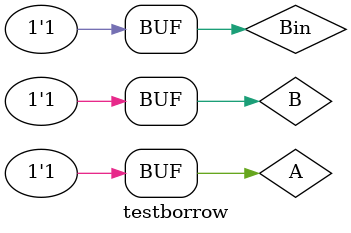
<source format=sv>
module testborrow();
logic  A, B, D;
logic Bout;
logic Bin;
borrow dut(Bin,A,B,Bout,D);
    initial begin
        // Debugging: Monitor signal changes
        $monitor("Time=%0t Bin= %d A=%d B=%d D=%d Bout=%d", $time,Bin, A, B, D, Bout);

        // Test cases
           #20; Bin=0; A=0; B=0;
            #10; A=1;
            #10; B=1;
            #10; A=0;
            #10; Bin=1; B=0;
            #10; A=1;
            #10; B=1; 
    end
endmodule
</source>
